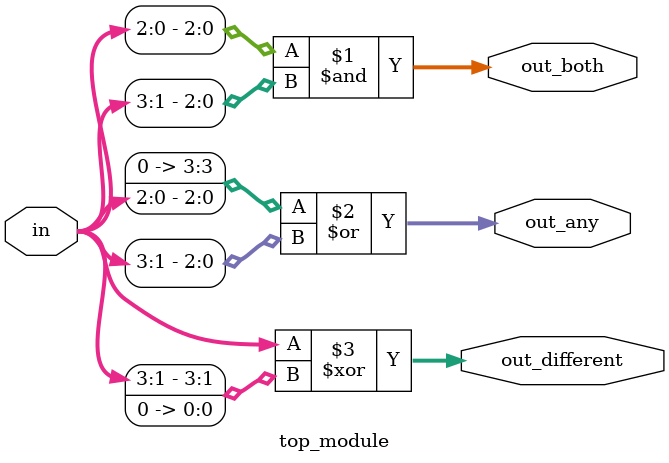
<source format=sv>
module top_module (
    input [3:0] in,
    output [2:0] out_both,
    output [3:0] out_any,
    output [3:0] out_different
);

assign out_both = in[2:0] & in[3:1];
assign out_any = {1'b0, in[2:0]} | in[3:1];
assign out_different = in ^ {in[3:1], 1'b0};

endmodule

</source>
